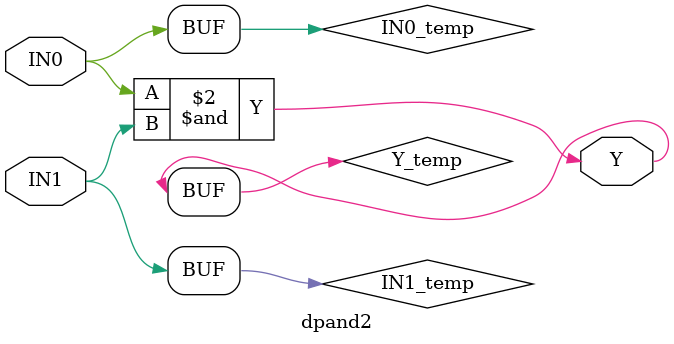
<source format=v>
module dpand2(IN0,IN1,Y);
  parameter BIT = 0;
  parameter COLINST = "0";
  parameter GROUP = "dpath1";
  parameter
        d_IN0_r = 0,
        d_IN0_f = 0,
        d_IN1_r = 0,
        d_IN1_f = 0,
        d_Y_r = 1,
        d_Y_f = 1;
  input  IN0;
  input  IN1;
  output  Y;
  wire  IN0_temp;
  wire  IN1_temp;
  reg  Y_temp;
  assign #(d_IN0_r,d_IN0_f) IN0_temp = IN0;
  assign #(d_IN1_r,d_IN1_f) IN1_temp = IN1;
  assign #(d_Y_r,d_Y_f) Y = Y_temp;
  always
    @(IN0_temp or IN1_temp)
      Y_temp = (IN0_temp & IN1_temp);
endmodule

</source>
